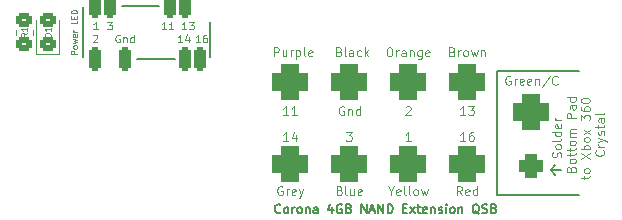
<source format=gto>
%TF.GenerationSoftware,KiCad,Pcbnew,(6.0.1)*%
%TF.CreationDate,2022-02-25T23:33:20-07:00*%
%TF.ProjectId,MShaw_4gbNandExtensionQSB_V2,4d536861-775f-4346-9762-4e616e644578,rev?*%
%TF.SameCoordinates,Original*%
%TF.FileFunction,Legend,Top*%
%TF.FilePolarity,Positive*%
%FSLAX46Y46*%
G04 Gerber Fmt 4.6, Leading zero omitted, Abs format (unit mm)*
G04 Created by KiCad (PCBNEW (6.0.1)) date 2022-02-25 23:33:20*
%MOMM*%
%LPD*%
G01*
G04 APERTURE LIST*
G04 Aperture macros list*
%AMRoundRect*
0 Rectangle with rounded corners*
0 $1 Rounding radius*
0 $2 $3 $4 $5 $6 $7 $8 $9 X,Y pos of 4 corners*
0 Add a 4 corners polygon primitive as box body*
4,1,4,$2,$3,$4,$5,$6,$7,$8,$9,$2,$3,0*
0 Add four circle primitives for the rounded corners*
1,1,$1+$1,$2,$3*
1,1,$1+$1,$4,$5*
1,1,$1+$1,$6,$7*
1,1,$1+$1,$8,$9*
0 Add four rect primitives between the rounded corners*
20,1,$1+$1,$2,$3,$4,$5,0*
20,1,$1+$1,$4,$5,$6,$7,0*
20,1,$1+$1,$6,$7,$8,$9,0*
20,1,$1+$1,$8,$9,$2,$3,0*%
G04 Aperture macros list end*
%ADD10C,0.150000*%
%ADD11C,0.100000*%
%ADD12C,0.093750*%
%ADD13C,0.080000*%
%ADD14C,0.075000*%
%ADD15C,0.120000*%
%ADD16RoundRect,0.750000X0.750000X-0.750000X0.750000X0.750000X-0.750000X0.750000X-0.750000X-0.750000X0*%
%ADD17RoundRect,0.250000X0.250000X-0.750000X0.250000X0.750000X-0.250000X0.750000X-0.250000X-0.750000X0*%
%ADD18RoundRect,0.750000X-0.750000X-0.750000X0.750000X-0.750000X0.750000X0.750000X-0.750000X0.750000X0*%
%ADD19RoundRect,0.500000X-0.500000X-0.500000X0.500000X-0.500000X0.500000X0.500000X-0.500000X0.500000X0*%
%ADD20RoundRect,0.250000X0.450000X-0.350000X0.450000X0.350000X-0.450000X0.350000X-0.450000X-0.350000X0*%
%ADD21RoundRect,0.250000X0.450000X-0.325000X0.450000X0.325000X-0.450000X0.325000X-0.450000X-0.325000X0*%
G04 APERTURE END LIST*
D10*
X124060000Y-76880000D02*
X131060000Y-76880000D01*
X129017500Y-75250000D02*
X128667500Y-74800000D01*
X99750000Y-65250000D02*
X99750000Y-62250000D01*
X128667500Y-74800000D02*
X129017500Y-74350000D01*
X124060000Y-66380000D02*
X131060000Y-66380000D01*
X89000000Y-65250000D02*
X89000000Y-61000000D01*
X124060000Y-66880000D02*
X124060000Y-66380000D01*
X124060000Y-76380000D02*
X124060000Y-66880000D01*
X93600000Y-65400000D02*
X96800000Y-65400000D01*
X129532500Y-74800000D02*
X128667500Y-74800000D01*
X92300000Y-60900000D02*
X95500000Y-60900000D01*
X124060000Y-76380000D02*
X124060000Y-76880000D01*
D11*
X97436190Y-63994047D02*
X97064761Y-63994047D01*
X97250476Y-63994047D02*
X97250476Y-63344047D01*
X97188571Y-63436904D01*
X97126666Y-63498809D01*
X97064761Y-63529761D01*
X97993333Y-63560714D02*
X97993333Y-63994047D01*
X97838571Y-63313095D02*
X97683809Y-63777380D01*
X98086190Y-63777380D01*
X116774285Y-72339285D02*
X116345714Y-72339285D01*
X116560000Y-72339285D02*
X116560000Y-71589285D01*
X116488571Y-71696428D01*
X116417142Y-71767857D01*
X116345714Y-71803571D01*
X129492321Y-73728571D02*
X129528035Y-73621428D01*
X129528035Y-73442857D01*
X129492321Y-73371428D01*
X129456607Y-73335714D01*
X129385178Y-73300000D01*
X129313750Y-73300000D01*
X129242321Y-73335714D01*
X129206607Y-73371428D01*
X129170892Y-73442857D01*
X129135178Y-73585714D01*
X129099464Y-73657142D01*
X129063750Y-73692857D01*
X128992321Y-73728571D01*
X128920892Y-73728571D01*
X128849464Y-73692857D01*
X128813750Y-73657142D01*
X128778035Y-73585714D01*
X128778035Y-73407142D01*
X128813750Y-73300000D01*
X129528035Y-72871428D02*
X129492321Y-72942857D01*
X129456607Y-72978571D01*
X129385178Y-73014285D01*
X129170892Y-73014285D01*
X129099464Y-72978571D01*
X129063750Y-72942857D01*
X129028035Y-72871428D01*
X129028035Y-72764285D01*
X129063750Y-72692857D01*
X129099464Y-72657142D01*
X129170892Y-72621428D01*
X129385178Y-72621428D01*
X129456607Y-72657142D01*
X129492321Y-72692857D01*
X129528035Y-72764285D01*
X129528035Y-72871428D01*
X129528035Y-72192857D02*
X129492321Y-72264285D01*
X129420892Y-72300000D01*
X128778035Y-72300000D01*
X129528035Y-71585714D02*
X128778035Y-71585714D01*
X129492321Y-71585714D02*
X129528035Y-71657142D01*
X129528035Y-71800000D01*
X129492321Y-71871428D01*
X129456607Y-71907142D01*
X129385178Y-71942857D01*
X129170892Y-71942857D01*
X129099464Y-71907142D01*
X129063750Y-71871428D01*
X129028035Y-71800000D01*
X129028035Y-71657142D01*
X129063750Y-71585714D01*
X129492321Y-70942857D02*
X129528035Y-71014285D01*
X129528035Y-71157142D01*
X129492321Y-71228571D01*
X129420892Y-71264285D01*
X129135178Y-71264285D01*
X129063750Y-71228571D01*
X129028035Y-71157142D01*
X129028035Y-71014285D01*
X129063750Y-70942857D01*
X129135178Y-70907142D01*
X129206607Y-70907142D01*
X129278035Y-71264285D01*
X129528035Y-70585714D02*
X129028035Y-70585714D01*
X129170892Y-70585714D02*
X129099464Y-70550000D01*
X129063750Y-70514285D01*
X129028035Y-70442857D01*
X129028035Y-70371428D01*
X130342678Y-74692857D02*
X130378392Y-74585714D01*
X130414107Y-74550000D01*
X130485535Y-74514285D01*
X130592678Y-74514285D01*
X130664107Y-74550000D01*
X130699821Y-74585714D01*
X130735535Y-74657142D01*
X130735535Y-74942857D01*
X129985535Y-74942857D01*
X129985535Y-74692857D01*
X130021250Y-74621428D01*
X130056964Y-74585714D01*
X130128392Y-74550000D01*
X130199821Y-74550000D01*
X130271250Y-74585714D01*
X130306964Y-74621428D01*
X130342678Y-74692857D01*
X130342678Y-74942857D01*
X130735535Y-74085714D02*
X130699821Y-74157142D01*
X130664107Y-74192857D01*
X130592678Y-74228571D01*
X130378392Y-74228571D01*
X130306964Y-74192857D01*
X130271250Y-74157142D01*
X130235535Y-74085714D01*
X130235535Y-73978571D01*
X130271250Y-73907142D01*
X130306964Y-73871428D01*
X130378392Y-73835714D01*
X130592678Y-73835714D01*
X130664107Y-73871428D01*
X130699821Y-73907142D01*
X130735535Y-73978571D01*
X130735535Y-74085714D01*
X130235535Y-73621428D02*
X130235535Y-73335714D01*
X129985535Y-73514285D02*
X130628392Y-73514285D01*
X130699821Y-73478571D01*
X130735535Y-73407142D01*
X130735535Y-73335714D01*
X130235535Y-73192857D02*
X130235535Y-72907142D01*
X129985535Y-73085714D02*
X130628392Y-73085714D01*
X130699821Y-73050000D01*
X130735535Y-72978571D01*
X130735535Y-72907142D01*
X130735535Y-72550000D02*
X130699821Y-72621428D01*
X130664107Y-72657142D01*
X130592678Y-72692857D01*
X130378392Y-72692857D01*
X130306964Y-72657142D01*
X130271250Y-72621428D01*
X130235535Y-72550000D01*
X130235535Y-72442857D01*
X130271250Y-72371428D01*
X130306964Y-72335714D01*
X130378392Y-72300000D01*
X130592678Y-72300000D01*
X130664107Y-72335714D01*
X130699821Y-72371428D01*
X130735535Y-72442857D01*
X130735535Y-72550000D01*
X130735535Y-71978571D02*
X130235535Y-71978571D01*
X130306964Y-71978571D02*
X130271250Y-71942857D01*
X130235535Y-71871428D01*
X130235535Y-71764285D01*
X130271250Y-71692857D01*
X130342678Y-71657142D01*
X130735535Y-71657142D01*
X130342678Y-71657142D02*
X130271250Y-71621428D01*
X130235535Y-71550000D01*
X130235535Y-71442857D01*
X130271250Y-71371428D01*
X130342678Y-71335714D01*
X130735535Y-71335714D01*
X130735535Y-70407142D02*
X129985535Y-70407142D01*
X129985535Y-70121428D01*
X130021250Y-70050000D01*
X130056964Y-70014285D01*
X130128392Y-69978571D01*
X130235535Y-69978571D01*
X130306964Y-70014285D01*
X130342678Y-70050000D01*
X130378392Y-70121428D01*
X130378392Y-70407142D01*
X130735535Y-69335714D02*
X130342678Y-69335714D01*
X130271250Y-69371428D01*
X130235535Y-69442857D01*
X130235535Y-69585714D01*
X130271250Y-69657142D01*
X130699821Y-69335714D02*
X130735535Y-69407142D01*
X130735535Y-69585714D01*
X130699821Y-69657142D01*
X130628392Y-69692857D01*
X130556964Y-69692857D01*
X130485535Y-69657142D01*
X130449821Y-69585714D01*
X130449821Y-69407142D01*
X130414107Y-69335714D01*
X130735535Y-68657142D02*
X129985535Y-68657142D01*
X130699821Y-68657142D02*
X130735535Y-68728571D01*
X130735535Y-68871428D01*
X130699821Y-68942857D01*
X130664107Y-68978571D01*
X130592678Y-69014285D01*
X130378392Y-69014285D01*
X130306964Y-68978571D01*
X130271250Y-68942857D01*
X130235535Y-68871428D01*
X130235535Y-68728571D01*
X130271250Y-68657142D01*
X131443035Y-75550000D02*
X131443035Y-75264285D01*
X131193035Y-75442857D02*
X131835892Y-75442857D01*
X131907321Y-75407142D01*
X131943035Y-75335714D01*
X131943035Y-75264285D01*
X131943035Y-74907142D02*
X131907321Y-74978571D01*
X131871607Y-75014285D01*
X131800178Y-75050000D01*
X131585892Y-75050000D01*
X131514464Y-75014285D01*
X131478750Y-74978571D01*
X131443035Y-74907142D01*
X131443035Y-74800000D01*
X131478750Y-74728571D01*
X131514464Y-74692857D01*
X131585892Y-74657142D01*
X131800178Y-74657142D01*
X131871607Y-74692857D01*
X131907321Y-74728571D01*
X131943035Y-74800000D01*
X131943035Y-74907142D01*
X131193035Y-73835714D02*
X131943035Y-73335714D01*
X131193035Y-73335714D02*
X131943035Y-73835714D01*
X131943035Y-73050000D02*
X131193035Y-73050000D01*
X131478750Y-73050000D02*
X131443035Y-72978571D01*
X131443035Y-72835714D01*
X131478750Y-72764285D01*
X131514464Y-72728571D01*
X131585892Y-72692857D01*
X131800178Y-72692857D01*
X131871607Y-72728571D01*
X131907321Y-72764285D01*
X131943035Y-72835714D01*
X131943035Y-72978571D01*
X131907321Y-73050000D01*
X131943035Y-72264285D02*
X131907321Y-72335714D01*
X131871607Y-72371428D01*
X131800178Y-72407142D01*
X131585892Y-72407142D01*
X131514464Y-72371428D01*
X131478750Y-72335714D01*
X131443035Y-72264285D01*
X131443035Y-72157142D01*
X131478750Y-72085714D01*
X131514464Y-72050000D01*
X131585892Y-72014285D01*
X131800178Y-72014285D01*
X131871607Y-72050000D01*
X131907321Y-72085714D01*
X131943035Y-72157142D01*
X131943035Y-72264285D01*
X131943035Y-71764285D02*
X131443035Y-71371428D01*
X131443035Y-71764285D02*
X131943035Y-71371428D01*
X131193035Y-70585714D02*
X131193035Y-70121428D01*
X131478750Y-70371428D01*
X131478750Y-70264285D01*
X131514464Y-70192857D01*
X131550178Y-70157142D01*
X131621607Y-70121428D01*
X131800178Y-70121428D01*
X131871607Y-70157142D01*
X131907321Y-70192857D01*
X131943035Y-70264285D01*
X131943035Y-70478571D01*
X131907321Y-70550000D01*
X131871607Y-70585714D01*
X131193035Y-69478571D02*
X131193035Y-69621428D01*
X131228750Y-69692857D01*
X131264464Y-69728571D01*
X131371607Y-69800000D01*
X131514464Y-69835714D01*
X131800178Y-69835714D01*
X131871607Y-69800000D01*
X131907321Y-69764285D01*
X131943035Y-69692857D01*
X131943035Y-69550000D01*
X131907321Y-69478571D01*
X131871607Y-69442857D01*
X131800178Y-69407142D01*
X131621607Y-69407142D01*
X131550178Y-69442857D01*
X131514464Y-69478571D01*
X131478750Y-69550000D01*
X131478750Y-69692857D01*
X131514464Y-69764285D01*
X131550178Y-69800000D01*
X131621607Y-69835714D01*
X131193035Y-68942857D02*
X131193035Y-68871428D01*
X131228750Y-68800000D01*
X131264464Y-68764285D01*
X131335892Y-68728571D01*
X131478750Y-68692857D01*
X131657321Y-68692857D01*
X131800178Y-68728571D01*
X131871607Y-68764285D01*
X131907321Y-68800000D01*
X131943035Y-68871428D01*
X131943035Y-68942857D01*
X131907321Y-69014285D01*
X131871607Y-69050000D01*
X131800178Y-69085714D01*
X131657321Y-69121428D01*
X131478750Y-69121428D01*
X131335892Y-69085714D01*
X131264464Y-69050000D01*
X131228750Y-69014285D01*
X131193035Y-68942857D01*
X133079107Y-73139285D02*
X133114821Y-73175000D01*
X133150535Y-73282142D01*
X133150535Y-73353571D01*
X133114821Y-73460714D01*
X133043392Y-73532142D01*
X132971964Y-73567857D01*
X132829107Y-73603571D01*
X132721964Y-73603571D01*
X132579107Y-73567857D01*
X132507678Y-73532142D01*
X132436250Y-73460714D01*
X132400535Y-73353571D01*
X132400535Y-73282142D01*
X132436250Y-73175000D01*
X132471964Y-73139285D01*
X133150535Y-72817857D02*
X132650535Y-72817857D01*
X132793392Y-72817857D02*
X132721964Y-72782142D01*
X132686250Y-72746428D01*
X132650535Y-72675000D01*
X132650535Y-72603571D01*
X132650535Y-72425000D02*
X133150535Y-72246428D01*
X132650535Y-72067857D02*
X133150535Y-72246428D01*
X133329107Y-72317857D01*
X133364821Y-72353571D01*
X133400535Y-72425000D01*
X133114821Y-71817857D02*
X133150535Y-71746428D01*
X133150535Y-71603571D01*
X133114821Y-71532142D01*
X133043392Y-71496428D01*
X133007678Y-71496428D01*
X132936250Y-71532142D01*
X132900535Y-71603571D01*
X132900535Y-71710714D01*
X132864821Y-71782142D01*
X132793392Y-71817857D01*
X132757678Y-71817857D01*
X132686250Y-71782142D01*
X132650535Y-71710714D01*
X132650535Y-71603571D01*
X132686250Y-71532142D01*
X132650535Y-71282142D02*
X132650535Y-70996428D01*
X132400535Y-71175000D02*
X133043392Y-71175000D01*
X133114821Y-71139285D01*
X133150535Y-71067857D01*
X133150535Y-70996428D01*
X133150535Y-70425000D02*
X132757678Y-70425000D01*
X132686250Y-70460714D01*
X132650535Y-70532142D01*
X132650535Y-70675000D01*
X132686250Y-70746428D01*
X133114821Y-70425000D02*
X133150535Y-70496428D01*
X133150535Y-70675000D01*
X133114821Y-70746428D01*
X133043392Y-70782142D01*
X132971964Y-70782142D01*
X132900535Y-70746428D01*
X132864821Y-70675000D01*
X132864821Y-70496428D01*
X132829107Y-70425000D01*
X133150535Y-69960714D02*
X133114821Y-70032142D01*
X133043392Y-70067857D01*
X132400535Y-70067857D01*
X106417142Y-70139285D02*
X105988571Y-70139285D01*
X106202857Y-70139285D02*
X106202857Y-69389285D01*
X106131428Y-69496428D01*
X106060000Y-69567857D01*
X105988571Y-69603571D01*
X107131428Y-70139285D02*
X106702857Y-70139285D01*
X106917142Y-70139285D02*
X106917142Y-69389285D01*
X106845714Y-69496428D01*
X106774285Y-69567857D01*
X106702857Y-69603571D01*
X110702857Y-64776428D02*
X110810000Y-64812142D01*
X110845714Y-64847857D01*
X110881428Y-64919285D01*
X110881428Y-65026428D01*
X110845714Y-65097857D01*
X110810000Y-65133571D01*
X110738571Y-65169285D01*
X110452857Y-65169285D01*
X110452857Y-64419285D01*
X110702857Y-64419285D01*
X110774285Y-64455000D01*
X110810000Y-64490714D01*
X110845714Y-64562142D01*
X110845714Y-64633571D01*
X110810000Y-64705000D01*
X110774285Y-64740714D01*
X110702857Y-64776428D01*
X110452857Y-64776428D01*
X111310000Y-65169285D02*
X111238571Y-65133571D01*
X111202857Y-65062142D01*
X111202857Y-64419285D01*
X111917142Y-65169285D02*
X111917142Y-64776428D01*
X111881428Y-64705000D01*
X111810000Y-64669285D01*
X111667142Y-64669285D01*
X111595714Y-64705000D01*
X111917142Y-65133571D02*
X111845714Y-65169285D01*
X111667142Y-65169285D01*
X111595714Y-65133571D01*
X111560000Y-65062142D01*
X111560000Y-64990714D01*
X111595714Y-64919285D01*
X111667142Y-64883571D01*
X111845714Y-64883571D01*
X111917142Y-64847857D01*
X112595714Y-65133571D02*
X112524285Y-65169285D01*
X112381428Y-65169285D01*
X112310000Y-65133571D01*
X112274285Y-65097857D01*
X112238571Y-65026428D01*
X112238571Y-64812142D01*
X112274285Y-64740714D01*
X112310000Y-64705000D01*
X112381428Y-64669285D01*
X112524285Y-64669285D01*
X112595714Y-64705000D01*
X112917142Y-65169285D02*
X112917142Y-64419285D01*
X112988571Y-64883571D02*
X113202857Y-65169285D01*
X113202857Y-64669285D02*
X112917142Y-64955000D01*
X115113571Y-76562142D02*
X115113571Y-76919285D01*
X114863571Y-76169285D02*
X115113571Y-76562142D01*
X115363571Y-76169285D01*
X115899285Y-76883571D02*
X115827857Y-76919285D01*
X115685000Y-76919285D01*
X115613571Y-76883571D01*
X115577857Y-76812142D01*
X115577857Y-76526428D01*
X115613571Y-76455000D01*
X115685000Y-76419285D01*
X115827857Y-76419285D01*
X115899285Y-76455000D01*
X115935000Y-76526428D01*
X115935000Y-76597857D01*
X115577857Y-76669285D01*
X116363571Y-76919285D02*
X116292142Y-76883571D01*
X116256428Y-76812142D01*
X116256428Y-76169285D01*
X116756428Y-76919285D02*
X116685000Y-76883571D01*
X116649285Y-76812142D01*
X116649285Y-76169285D01*
X117149285Y-76919285D02*
X117077857Y-76883571D01*
X117042142Y-76847857D01*
X117006428Y-76776428D01*
X117006428Y-76562142D01*
X117042142Y-76490714D01*
X117077857Y-76455000D01*
X117149285Y-76419285D01*
X117256428Y-76419285D01*
X117327857Y-76455000D01*
X117363571Y-76490714D01*
X117399285Y-76562142D01*
X117399285Y-76776428D01*
X117363571Y-76847857D01*
X117327857Y-76883571D01*
X117256428Y-76919285D01*
X117149285Y-76919285D01*
X117649285Y-76419285D02*
X117792142Y-76919285D01*
X117935000Y-76562142D01*
X118077857Y-76919285D01*
X118220714Y-76419285D01*
X91093333Y-62244047D02*
X91495714Y-62244047D01*
X91279047Y-62491666D01*
X91371904Y-62491666D01*
X91433809Y-62522619D01*
X91464761Y-62553571D01*
X91495714Y-62615476D01*
X91495714Y-62770238D01*
X91464761Y-62832142D01*
X91433809Y-62863095D01*
X91371904Y-62894047D01*
X91186190Y-62894047D01*
X91124285Y-62863095D01*
X91093333Y-62832142D01*
X89874285Y-63405952D02*
X89905238Y-63375000D01*
X89967142Y-63344047D01*
X90121904Y-63344047D01*
X90183809Y-63375000D01*
X90214761Y-63405952D01*
X90245714Y-63467857D01*
X90245714Y-63529761D01*
X90214761Y-63622619D01*
X89843333Y-63994047D01*
X90245714Y-63994047D01*
X121417142Y-70139285D02*
X120988571Y-70139285D01*
X121202857Y-70139285D02*
X121202857Y-69389285D01*
X121131428Y-69496428D01*
X121060000Y-69567857D01*
X120988571Y-69603571D01*
X121667142Y-69389285D02*
X122131428Y-69389285D01*
X121881428Y-69675000D01*
X121988571Y-69675000D01*
X122060000Y-69710714D01*
X122095714Y-69746428D01*
X122131428Y-69817857D01*
X122131428Y-69996428D01*
X122095714Y-70067857D01*
X122060000Y-70103571D01*
X121988571Y-70139285D01*
X121774285Y-70139285D01*
X121702857Y-70103571D01*
X121667142Y-70067857D01*
X106417142Y-72339285D02*
X105988571Y-72339285D01*
X106202857Y-72339285D02*
X106202857Y-71589285D01*
X106131428Y-71696428D01*
X106060000Y-71767857D01*
X105988571Y-71803571D01*
X107060000Y-71839285D02*
X107060000Y-72339285D01*
X106881428Y-71553571D02*
X106702857Y-72089285D01*
X107167142Y-72089285D01*
X92142142Y-63375000D02*
X92080238Y-63344047D01*
X91987380Y-63344047D01*
X91894523Y-63375000D01*
X91832619Y-63436904D01*
X91801666Y-63498809D01*
X91770714Y-63622619D01*
X91770714Y-63715476D01*
X91801666Y-63839285D01*
X91832619Y-63901190D01*
X91894523Y-63963095D01*
X91987380Y-63994047D01*
X92049285Y-63994047D01*
X92142142Y-63963095D01*
X92173095Y-63932142D01*
X92173095Y-63715476D01*
X92049285Y-63715476D01*
X92451666Y-63560714D02*
X92451666Y-63994047D01*
X92451666Y-63622619D02*
X92482619Y-63591666D01*
X92544523Y-63560714D01*
X92637380Y-63560714D01*
X92699285Y-63591666D01*
X92730238Y-63653571D01*
X92730238Y-63994047D01*
X93318333Y-63994047D02*
X93318333Y-63344047D01*
X93318333Y-63963095D02*
X93256428Y-63994047D01*
X93132619Y-63994047D01*
X93070714Y-63963095D01*
X93039761Y-63932142D01*
X93008809Y-63870238D01*
X93008809Y-63684523D01*
X93039761Y-63622619D01*
X93070714Y-63591666D01*
X93132619Y-63560714D01*
X93256428Y-63560714D01*
X93318333Y-63591666D01*
D12*
X111127857Y-69425000D02*
X111056428Y-69389285D01*
X110949285Y-69389285D01*
X110842142Y-69425000D01*
X110770714Y-69496428D01*
X110735000Y-69567857D01*
X110699285Y-69710714D01*
X110699285Y-69817857D01*
X110735000Y-69960714D01*
X110770714Y-70032142D01*
X110842142Y-70103571D01*
X110949285Y-70139285D01*
X111020714Y-70139285D01*
X111127857Y-70103571D01*
X111163571Y-70067857D01*
X111163571Y-69817857D01*
X111020714Y-69817857D01*
X111485000Y-69639285D02*
X111485000Y-70139285D01*
X111485000Y-69710714D02*
X111520714Y-69675000D01*
X111592142Y-69639285D01*
X111699285Y-69639285D01*
X111770714Y-69675000D01*
X111806428Y-69746428D01*
X111806428Y-70139285D01*
X112485000Y-70139285D02*
X112485000Y-69389285D01*
X112485000Y-70103571D02*
X112413571Y-70139285D01*
X112270714Y-70139285D01*
X112199285Y-70103571D01*
X112163571Y-70067857D01*
X112127857Y-69996428D01*
X112127857Y-69782142D01*
X112163571Y-69710714D01*
X112199285Y-69675000D01*
X112270714Y-69639285D01*
X112413571Y-69639285D01*
X112485000Y-69675000D01*
D11*
X121131428Y-76919285D02*
X120881428Y-76562142D01*
X120702857Y-76919285D02*
X120702857Y-76169285D01*
X120988571Y-76169285D01*
X121060000Y-76205000D01*
X121095714Y-76240714D01*
X121131428Y-76312142D01*
X121131428Y-76419285D01*
X121095714Y-76490714D01*
X121060000Y-76526428D01*
X120988571Y-76562142D01*
X120702857Y-76562142D01*
X121738571Y-76883571D02*
X121667142Y-76919285D01*
X121524285Y-76919285D01*
X121452857Y-76883571D01*
X121417142Y-76812142D01*
X121417142Y-76526428D01*
X121452857Y-76455000D01*
X121524285Y-76419285D01*
X121667142Y-76419285D01*
X121738571Y-76455000D01*
X121774285Y-76526428D01*
X121774285Y-76597857D01*
X121417142Y-76669285D01*
X122417142Y-76919285D02*
X122417142Y-76169285D01*
X122417142Y-76883571D02*
X122345714Y-76919285D01*
X122202857Y-76919285D01*
X122131428Y-76883571D01*
X122095714Y-76847857D01*
X122060000Y-76776428D01*
X122060000Y-76562142D01*
X122095714Y-76490714D01*
X122131428Y-76455000D01*
X122202857Y-76419285D01*
X122345714Y-76419285D01*
X122417142Y-76455000D01*
X90285714Y-62894047D02*
X89914285Y-62894047D01*
X90100000Y-62894047D02*
X90100000Y-62244047D01*
X90038095Y-62336904D01*
X89976190Y-62398809D01*
X89914285Y-62429761D01*
D10*
X105757142Y-78367857D02*
X105721428Y-78403571D01*
X105614285Y-78439285D01*
X105542857Y-78439285D01*
X105435714Y-78403571D01*
X105364285Y-78332142D01*
X105328571Y-78260714D01*
X105292857Y-78117857D01*
X105292857Y-78010714D01*
X105328571Y-77867857D01*
X105364285Y-77796428D01*
X105435714Y-77725000D01*
X105542857Y-77689285D01*
X105614285Y-77689285D01*
X105721428Y-77725000D01*
X105757142Y-77760714D01*
X106185714Y-78439285D02*
X106114285Y-78403571D01*
X106078571Y-78367857D01*
X106042857Y-78296428D01*
X106042857Y-78082142D01*
X106078571Y-78010714D01*
X106114285Y-77975000D01*
X106185714Y-77939285D01*
X106292857Y-77939285D01*
X106364285Y-77975000D01*
X106400000Y-78010714D01*
X106435714Y-78082142D01*
X106435714Y-78296428D01*
X106400000Y-78367857D01*
X106364285Y-78403571D01*
X106292857Y-78439285D01*
X106185714Y-78439285D01*
X106757142Y-78439285D02*
X106757142Y-77939285D01*
X106757142Y-78082142D02*
X106792857Y-78010714D01*
X106828571Y-77975000D01*
X106900000Y-77939285D01*
X106971428Y-77939285D01*
X107328571Y-78439285D02*
X107257142Y-78403571D01*
X107221428Y-78367857D01*
X107185714Y-78296428D01*
X107185714Y-78082142D01*
X107221428Y-78010714D01*
X107257142Y-77975000D01*
X107328571Y-77939285D01*
X107435714Y-77939285D01*
X107507142Y-77975000D01*
X107542857Y-78010714D01*
X107578571Y-78082142D01*
X107578571Y-78296428D01*
X107542857Y-78367857D01*
X107507142Y-78403571D01*
X107435714Y-78439285D01*
X107328571Y-78439285D01*
X107900000Y-77939285D02*
X107900000Y-78439285D01*
X107900000Y-78010714D02*
X107935714Y-77975000D01*
X108007142Y-77939285D01*
X108114285Y-77939285D01*
X108185714Y-77975000D01*
X108221428Y-78046428D01*
X108221428Y-78439285D01*
X108900000Y-78439285D02*
X108900000Y-78046428D01*
X108864285Y-77975000D01*
X108792857Y-77939285D01*
X108650000Y-77939285D01*
X108578571Y-77975000D01*
X108900000Y-78403571D02*
X108828571Y-78439285D01*
X108650000Y-78439285D01*
X108578571Y-78403571D01*
X108542857Y-78332142D01*
X108542857Y-78260714D01*
X108578571Y-78189285D01*
X108650000Y-78153571D01*
X108828571Y-78153571D01*
X108900000Y-78117857D01*
X110150000Y-77939285D02*
X110150000Y-78439285D01*
X109971428Y-77653571D02*
X109792857Y-78189285D01*
X110257142Y-78189285D01*
X110935714Y-77725000D02*
X110864285Y-77689285D01*
X110757142Y-77689285D01*
X110650000Y-77725000D01*
X110578571Y-77796428D01*
X110542857Y-77867857D01*
X110507142Y-78010714D01*
X110507142Y-78117857D01*
X110542857Y-78260714D01*
X110578571Y-78332142D01*
X110650000Y-78403571D01*
X110757142Y-78439285D01*
X110828571Y-78439285D01*
X110935714Y-78403571D01*
X110971428Y-78367857D01*
X110971428Y-78117857D01*
X110828571Y-78117857D01*
X111542857Y-78046428D02*
X111650000Y-78082142D01*
X111685714Y-78117857D01*
X111721428Y-78189285D01*
X111721428Y-78296428D01*
X111685714Y-78367857D01*
X111650000Y-78403571D01*
X111578571Y-78439285D01*
X111292857Y-78439285D01*
X111292857Y-77689285D01*
X111542857Y-77689285D01*
X111614285Y-77725000D01*
X111650000Y-77760714D01*
X111685714Y-77832142D01*
X111685714Y-77903571D01*
X111650000Y-77975000D01*
X111614285Y-78010714D01*
X111542857Y-78046428D01*
X111292857Y-78046428D01*
X112614285Y-78439285D02*
X112614285Y-77689285D01*
X113042857Y-78439285D01*
X113042857Y-77689285D01*
X113364285Y-78225000D02*
X113721428Y-78225000D01*
X113292857Y-78439285D02*
X113542857Y-77689285D01*
X113792857Y-78439285D01*
X114042857Y-78439285D02*
X114042857Y-77689285D01*
X114471428Y-78439285D01*
X114471428Y-77689285D01*
X114828571Y-78439285D02*
X114828571Y-77689285D01*
X115007142Y-77689285D01*
X115114285Y-77725000D01*
X115185714Y-77796428D01*
X115221428Y-77867857D01*
X115257142Y-78010714D01*
X115257142Y-78117857D01*
X115221428Y-78260714D01*
X115185714Y-78332142D01*
X115114285Y-78403571D01*
X115007142Y-78439285D01*
X114828571Y-78439285D01*
X116150000Y-78046428D02*
X116400000Y-78046428D01*
X116507142Y-78439285D02*
X116150000Y-78439285D01*
X116150000Y-77689285D01*
X116507142Y-77689285D01*
X116757142Y-78439285D02*
X117150000Y-77939285D01*
X116757142Y-77939285D02*
X117150000Y-78439285D01*
X117328571Y-77939285D02*
X117614285Y-77939285D01*
X117435714Y-77689285D02*
X117435714Y-78332142D01*
X117471428Y-78403571D01*
X117542857Y-78439285D01*
X117614285Y-78439285D01*
X118150000Y-78403571D02*
X118078571Y-78439285D01*
X117935714Y-78439285D01*
X117864285Y-78403571D01*
X117828571Y-78332142D01*
X117828571Y-78046428D01*
X117864285Y-77975000D01*
X117935714Y-77939285D01*
X118078571Y-77939285D01*
X118150000Y-77975000D01*
X118185714Y-78046428D01*
X118185714Y-78117857D01*
X117828571Y-78189285D01*
X118507142Y-77939285D02*
X118507142Y-78439285D01*
X118507142Y-78010714D02*
X118542857Y-77975000D01*
X118614285Y-77939285D01*
X118721428Y-77939285D01*
X118792857Y-77975000D01*
X118828571Y-78046428D01*
X118828571Y-78439285D01*
X119150000Y-78403571D02*
X119221428Y-78439285D01*
X119364285Y-78439285D01*
X119435714Y-78403571D01*
X119471428Y-78332142D01*
X119471428Y-78296428D01*
X119435714Y-78225000D01*
X119364285Y-78189285D01*
X119257142Y-78189285D01*
X119185714Y-78153571D01*
X119150000Y-78082142D01*
X119150000Y-78046428D01*
X119185714Y-77975000D01*
X119257142Y-77939285D01*
X119364285Y-77939285D01*
X119435714Y-77975000D01*
X119792857Y-78439285D02*
X119792857Y-77939285D01*
X119792857Y-77689285D02*
X119757142Y-77725000D01*
X119792857Y-77760714D01*
X119828571Y-77725000D01*
X119792857Y-77689285D01*
X119792857Y-77760714D01*
X120257142Y-78439285D02*
X120185714Y-78403571D01*
X120150000Y-78367857D01*
X120114285Y-78296428D01*
X120114285Y-78082142D01*
X120150000Y-78010714D01*
X120185714Y-77975000D01*
X120257142Y-77939285D01*
X120364285Y-77939285D01*
X120435714Y-77975000D01*
X120471428Y-78010714D01*
X120507142Y-78082142D01*
X120507142Y-78296428D01*
X120471428Y-78367857D01*
X120435714Y-78403571D01*
X120364285Y-78439285D01*
X120257142Y-78439285D01*
X120828571Y-77939285D02*
X120828571Y-78439285D01*
X120828571Y-78010714D02*
X120864285Y-77975000D01*
X120935714Y-77939285D01*
X121042857Y-77939285D01*
X121114285Y-77975000D01*
X121150000Y-78046428D01*
X121150000Y-78439285D01*
X122578571Y-78510714D02*
X122507142Y-78475000D01*
X122435714Y-78403571D01*
X122328571Y-78296428D01*
X122257142Y-78260714D01*
X122185714Y-78260714D01*
X122221428Y-78439285D02*
X122150000Y-78403571D01*
X122078571Y-78332142D01*
X122042857Y-78189285D01*
X122042857Y-77939285D01*
X122078571Y-77796428D01*
X122150000Y-77725000D01*
X122221428Y-77689285D01*
X122364285Y-77689285D01*
X122435714Y-77725000D01*
X122507142Y-77796428D01*
X122542857Y-77939285D01*
X122542857Y-78189285D01*
X122507142Y-78332142D01*
X122435714Y-78403571D01*
X122364285Y-78439285D01*
X122221428Y-78439285D01*
X122828571Y-78403571D02*
X122935714Y-78439285D01*
X123114285Y-78439285D01*
X123185714Y-78403571D01*
X123221428Y-78367857D01*
X123257142Y-78296428D01*
X123257142Y-78225000D01*
X123221428Y-78153571D01*
X123185714Y-78117857D01*
X123114285Y-78082142D01*
X122971428Y-78046428D01*
X122900000Y-78010714D01*
X122864285Y-77975000D01*
X122828571Y-77903571D01*
X122828571Y-77832142D01*
X122864285Y-77760714D01*
X122900000Y-77725000D01*
X122971428Y-77689285D01*
X123150000Y-77689285D01*
X123257142Y-77725000D01*
X123828571Y-78046428D02*
X123935714Y-78082142D01*
X123971428Y-78117857D01*
X124007142Y-78189285D01*
X124007142Y-78296428D01*
X123971428Y-78367857D01*
X123935714Y-78403571D01*
X123864285Y-78439285D01*
X123578571Y-78439285D01*
X123578571Y-77689285D01*
X123828571Y-77689285D01*
X123900000Y-77725000D01*
X123935714Y-77760714D01*
X123971428Y-77832142D01*
X123971428Y-77903571D01*
X123935714Y-77975000D01*
X123900000Y-78010714D01*
X123828571Y-78046428D01*
X123578571Y-78046428D01*
D11*
X120310000Y-64776428D02*
X120417142Y-64812142D01*
X120452857Y-64847857D01*
X120488571Y-64919285D01*
X120488571Y-65026428D01*
X120452857Y-65097857D01*
X120417142Y-65133571D01*
X120345714Y-65169285D01*
X120060000Y-65169285D01*
X120060000Y-64419285D01*
X120310000Y-64419285D01*
X120381428Y-64455000D01*
X120417142Y-64490714D01*
X120452857Y-64562142D01*
X120452857Y-64633571D01*
X120417142Y-64705000D01*
X120381428Y-64740714D01*
X120310000Y-64776428D01*
X120060000Y-64776428D01*
X120810000Y-65169285D02*
X120810000Y-64669285D01*
X120810000Y-64812142D02*
X120845714Y-64740714D01*
X120881428Y-64705000D01*
X120952857Y-64669285D01*
X121024285Y-64669285D01*
X121381428Y-65169285D02*
X121310000Y-65133571D01*
X121274285Y-65097857D01*
X121238571Y-65026428D01*
X121238571Y-64812142D01*
X121274285Y-64740714D01*
X121310000Y-64705000D01*
X121381428Y-64669285D01*
X121488571Y-64669285D01*
X121560000Y-64705000D01*
X121595714Y-64740714D01*
X121631428Y-64812142D01*
X121631428Y-65026428D01*
X121595714Y-65097857D01*
X121560000Y-65133571D01*
X121488571Y-65169285D01*
X121381428Y-65169285D01*
X121881428Y-64669285D02*
X122024285Y-65169285D01*
X122167142Y-64812142D01*
X122310000Y-65169285D01*
X122452857Y-64669285D01*
X122738571Y-64669285D02*
X122738571Y-65169285D01*
X122738571Y-64740714D02*
X122774285Y-64705000D01*
X122845714Y-64669285D01*
X122952857Y-64669285D01*
X123024285Y-64705000D01*
X123060000Y-64776428D01*
X123060000Y-65169285D01*
X105185000Y-65169285D02*
X105185000Y-64419285D01*
X105470714Y-64419285D01*
X105542142Y-64455000D01*
X105577857Y-64490714D01*
X105613571Y-64562142D01*
X105613571Y-64669285D01*
X105577857Y-64740714D01*
X105542142Y-64776428D01*
X105470714Y-64812142D01*
X105185000Y-64812142D01*
X106256428Y-64669285D02*
X106256428Y-65169285D01*
X105935000Y-64669285D02*
X105935000Y-65062142D01*
X105970714Y-65133571D01*
X106042142Y-65169285D01*
X106149285Y-65169285D01*
X106220714Y-65133571D01*
X106256428Y-65097857D01*
X106613571Y-65169285D02*
X106613571Y-64669285D01*
X106613571Y-64812142D02*
X106649285Y-64740714D01*
X106685000Y-64705000D01*
X106756428Y-64669285D01*
X106827857Y-64669285D01*
X107077857Y-64669285D02*
X107077857Y-65419285D01*
X107077857Y-64705000D02*
X107149285Y-64669285D01*
X107292142Y-64669285D01*
X107363571Y-64705000D01*
X107399285Y-64740714D01*
X107435000Y-64812142D01*
X107435000Y-65026428D01*
X107399285Y-65097857D01*
X107363571Y-65133571D01*
X107292142Y-65169285D01*
X107149285Y-65169285D01*
X107077857Y-65133571D01*
X107863571Y-65169285D02*
X107792142Y-65133571D01*
X107756428Y-65062142D01*
X107756428Y-64419285D01*
X108435000Y-65133571D02*
X108363571Y-65169285D01*
X108220714Y-65169285D01*
X108149285Y-65133571D01*
X108113571Y-65062142D01*
X108113571Y-64776428D01*
X108149285Y-64705000D01*
X108220714Y-64669285D01*
X108363571Y-64669285D01*
X108435000Y-64705000D01*
X108470714Y-64776428D01*
X108470714Y-64847857D01*
X108113571Y-64919285D01*
D13*
X88536190Y-64987142D02*
X88036190Y-64987142D01*
X88036190Y-64796666D01*
X88060000Y-64749047D01*
X88083809Y-64725238D01*
X88131428Y-64701428D01*
X88202857Y-64701428D01*
X88250476Y-64725238D01*
X88274285Y-64749047D01*
X88298095Y-64796666D01*
X88298095Y-64987142D01*
X88536190Y-64415714D02*
X88512380Y-64463333D01*
X88488571Y-64487142D01*
X88440952Y-64510952D01*
X88298095Y-64510952D01*
X88250476Y-64487142D01*
X88226666Y-64463333D01*
X88202857Y-64415714D01*
X88202857Y-64344285D01*
X88226666Y-64296666D01*
X88250476Y-64272857D01*
X88298095Y-64249047D01*
X88440952Y-64249047D01*
X88488571Y-64272857D01*
X88512380Y-64296666D01*
X88536190Y-64344285D01*
X88536190Y-64415714D01*
X88202857Y-64082380D02*
X88536190Y-63987142D01*
X88298095Y-63891904D01*
X88536190Y-63796666D01*
X88202857Y-63701428D01*
X88512380Y-63320476D02*
X88536190Y-63368095D01*
X88536190Y-63463333D01*
X88512380Y-63510952D01*
X88464761Y-63534761D01*
X88274285Y-63534761D01*
X88226666Y-63510952D01*
X88202857Y-63463333D01*
X88202857Y-63368095D01*
X88226666Y-63320476D01*
X88274285Y-63296666D01*
X88321904Y-63296666D01*
X88369523Y-63534761D01*
X88536190Y-63082380D02*
X88202857Y-63082380D01*
X88298095Y-63082380D02*
X88250476Y-63058571D01*
X88226666Y-63034761D01*
X88202857Y-62987142D01*
X88202857Y-62939523D01*
X88536190Y-62153809D02*
X88536190Y-62391904D01*
X88036190Y-62391904D01*
X88274285Y-61987142D02*
X88274285Y-61820476D01*
X88536190Y-61749047D02*
X88536190Y-61987142D01*
X88036190Y-61987142D01*
X88036190Y-61749047D01*
X88536190Y-61534761D02*
X88036190Y-61534761D01*
X88036190Y-61415714D01*
X88060000Y-61344285D01*
X88107619Y-61296666D01*
X88155238Y-61272857D01*
X88250476Y-61249047D01*
X88321904Y-61249047D01*
X88417142Y-61272857D01*
X88464761Y-61296666D01*
X88512380Y-61344285D01*
X88536190Y-61415714D01*
X88536190Y-61534761D01*
D11*
X114917142Y-64419285D02*
X115060000Y-64419285D01*
X115131428Y-64455000D01*
X115202857Y-64526428D01*
X115238571Y-64669285D01*
X115238571Y-64919285D01*
X115202857Y-65062142D01*
X115131428Y-65133571D01*
X115060000Y-65169285D01*
X114917142Y-65169285D01*
X114845714Y-65133571D01*
X114774285Y-65062142D01*
X114738571Y-64919285D01*
X114738571Y-64669285D01*
X114774285Y-64526428D01*
X114845714Y-64455000D01*
X114917142Y-64419285D01*
X115560000Y-65169285D02*
X115560000Y-64669285D01*
X115560000Y-64812142D02*
X115595714Y-64740714D01*
X115631428Y-64705000D01*
X115702857Y-64669285D01*
X115774285Y-64669285D01*
X116345714Y-65169285D02*
X116345714Y-64776428D01*
X116310000Y-64705000D01*
X116238571Y-64669285D01*
X116095714Y-64669285D01*
X116024285Y-64705000D01*
X116345714Y-65133571D02*
X116274285Y-65169285D01*
X116095714Y-65169285D01*
X116024285Y-65133571D01*
X115988571Y-65062142D01*
X115988571Y-64990714D01*
X116024285Y-64919285D01*
X116095714Y-64883571D01*
X116274285Y-64883571D01*
X116345714Y-64847857D01*
X116702857Y-64669285D02*
X116702857Y-65169285D01*
X116702857Y-64740714D02*
X116738571Y-64705000D01*
X116810000Y-64669285D01*
X116917142Y-64669285D01*
X116988571Y-64705000D01*
X117024285Y-64776428D01*
X117024285Y-65169285D01*
X117702857Y-64669285D02*
X117702857Y-65276428D01*
X117667142Y-65347857D01*
X117631428Y-65383571D01*
X117560000Y-65419285D01*
X117452857Y-65419285D01*
X117381428Y-65383571D01*
X117702857Y-65133571D02*
X117631428Y-65169285D01*
X117488571Y-65169285D01*
X117417142Y-65133571D01*
X117381428Y-65097857D01*
X117345714Y-65026428D01*
X117345714Y-64812142D01*
X117381428Y-64740714D01*
X117417142Y-64705000D01*
X117488571Y-64669285D01*
X117631428Y-64669285D01*
X117702857Y-64705000D01*
X118345714Y-65133571D02*
X118274285Y-65169285D01*
X118131428Y-65169285D01*
X118060000Y-65133571D01*
X118024285Y-65062142D01*
X118024285Y-64776428D01*
X118060000Y-64705000D01*
X118131428Y-64669285D01*
X118274285Y-64669285D01*
X118345714Y-64705000D01*
X118381428Y-64776428D01*
X118381428Y-64847857D01*
X118024285Y-64919285D01*
X97776190Y-62894047D02*
X97404761Y-62894047D01*
X97590476Y-62894047D02*
X97590476Y-62244047D01*
X97528571Y-62336904D01*
X97466666Y-62398809D01*
X97404761Y-62429761D01*
X97992857Y-62244047D02*
X98395238Y-62244047D01*
X98178571Y-62491666D01*
X98271428Y-62491666D01*
X98333333Y-62522619D01*
X98364285Y-62553571D01*
X98395238Y-62615476D01*
X98395238Y-62770238D01*
X98364285Y-62832142D01*
X98333333Y-62863095D01*
X98271428Y-62894047D01*
X98085714Y-62894047D01*
X98023809Y-62863095D01*
X97992857Y-62832142D01*
X116345714Y-69460714D02*
X116381428Y-69425000D01*
X116452857Y-69389285D01*
X116631428Y-69389285D01*
X116702857Y-69425000D01*
X116738571Y-69460714D01*
X116774285Y-69532142D01*
X116774285Y-69603571D01*
X116738571Y-69710714D01*
X116310000Y-70139285D01*
X116774285Y-70139285D01*
X98936190Y-63994047D02*
X98564761Y-63994047D01*
X98750476Y-63994047D02*
X98750476Y-63344047D01*
X98688571Y-63436904D01*
X98626666Y-63498809D01*
X98564761Y-63529761D01*
X99493333Y-63344047D02*
X99369523Y-63344047D01*
X99307619Y-63375000D01*
X99276666Y-63405952D01*
X99214761Y-63498809D01*
X99183809Y-63622619D01*
X99183809Y-63870238D01*
X99214761Y-63932142D01*
X99245714Y-63963095D01*
X99307619Y-63994047D01*
X99431428Y-63994047D01*
X99493333Y-63963095D01*
X99524285Y-63932142D01*
X99555238Y-63870238D01*
X99555238Y-63715476D01*
X99524285Y-63653571D01*
X99493333Y-63622619D01*
X99431428Y-63591666D01*
X99307619Y-63591666D01*
X99245714Y-63622619D01*
X99214761Y-63653571D01*
X99183809Y-63715476D01*
X96076190Y-62894047D02*
X95704761Y-62894047D01*
X95890476Y-62894047D02*
X95890476Y-62244047D01*
X95828571Y-62336904D01*
X95766666Y-62398809D01*
X95704761Y-62429761D01*
X96695238Y-62894047D02*
X96323809Y-62894047D01*
X96509523Y-62894047D02*
X96509523Y-62244047D01*
X96447619Y-62336904D01*
X96385714Y-62398809D01*
X96323809Y-62429761D01*
X121417142Y-72339285D02*
X120988571Y-72339285D01*
X121202857Y-72339285D02*
X121202857Y-71589285D01*
X121131428Y-71696428D01*
X121060000Y-71767857D01*
X120988571Y-71803571D01*
X122060000Y-71589285D02*
X121917142Y-71589285D01*
X121845714Y-71625000D01*
X121810000Y-71660714D01*
X121738571Y-71767857D01*
X121702857Y-71910714D01*
X121702857Y-72196428D01*
X121738571Y-72267857D01*
X121774285Y-72303571D01*
X121845714Y-72339285D01*
X121988571Y-72339285D01*
X122060000Y-72303571D01*
X122095714Y-72267857D01*
X122131428Y-72196428D01*
X122131428Y-72017857D01*
X122095714Y-71946428D01*
X122060000Y-71910714D01*
X121988571Y-71875000D01*
X121845714Y-71875000D01*
X121774285Y-71910714D01*
X121738571Y-71946428D01*
X121702857Y-72017857D01*
X110756428Y-76526428D02*
X110863571Y-76562142D01*
X110899285Y-76597857D01*
X110935000Y-76669285D01*
X110935000Y-76776428D01*
X110899285Y-76847857D01*
X110863571Y-76883571D01*
X110792142Y-76919285D01*
X110506428Y-76919285D01*
X110506428Y-76169285D01*
X110756428Y-76169285D01*
X110827857Y-76205000D01*
X110863571Y-76240714D01*
X110899285Y-76312142D01*
X110899285Y-76383571D01*
X110863571Y-76455000D01*
X110827857Y-76490714D01*
X110756428Y-76526428D01*
X110506428Y-76526428D01*
X111363571Y-76919285D02*
X111292142Y-76883571D01*
X111256428Y-76812142D01*
X111256428Y-76169285D01*
X111970714Y-76419285D02*
X111970714Y-76919285D01*
X111649285Y-76419285D02*
X111649285Y-76812142D01*
X111685000Y-76883571D01*
X111756428Y-76919285D01*
X111863571Y-76919285D01*
X111935000Y-76883571D01*
X111970714Y-76847857D01*
X112613571Y-76883571D02*
X112542142Y-76919285D01*
X112399285Y-76919285D01*
X112327857Y-76883571D01*
X112292142Y-76812142D01*
X112292142Y-76526428D01*
X112327857Y-76455000D01*
X112399285Y-76419285D01*
X112542142Y-76419285D01*
X112613571Y-76455000D01*
X112649285Y-76526428D01*
X112649285Y-76597857D01*
X112292142Y-76669285D01*
X105917142Y-76205000D02*
X105845714Y-76169285D01*
X105738571Y-76169285D01*
X105631428Y-76205000D01*
X105560000Y-76276428D01*
X105524285Y-76347857D01*
X105488571Y-76490714D01*
X105488571Y-76597857D01*
X105524285Y-76740714D01*
X105560000Y-76812142D01*
X105631428Y-76883571D01*
X105738571Y-76919285D01*
X105810000Y-76919285D01*
X105917142Y-76883571D01*
X105952857Y-76847857D01*
X105952857Y-76597857D01*
X105810000Y-76597857D01*
X106274285Y-76919285D02*
X106274285Y-76419285D01*
X106274285Y-76562142D02*
X106310000Y-76490714D01*
X106345714Y-76455000D01*
X106417142Y-76419285D01*
X106488571Y-76419285D01*
X107024285Y-76883571D02*
X106952857Y-76919285D01*
X106810000Y-76919285D01*
X106738571Y-76883571D01*
X106702857Y-76812142D01*
X106702857Y-76526428D01*
X106738571Y-76455000D01*
X106810000Y-76419285D01*
X106952857Y-76419285D01*
X107024285Y-76455000D01*
X107060000Y-76526428D01*
X107060000Y-76597857D01*
X106702857Y-76669285D01*
X107310000Y-76419285D02*
X107488571Y-76919285D01*
X107667142Y-76419285D02*
X107488571Y-76919285D01*
X107417142Y-77097857D01*
X107381428Y-77133571D01*
X107310000Y-77169285D01*
X111310000Y-71589285D02*
X111774285Y-71589285D01*
X111524285Y-71875000D01*
X111631428Y-71875000D01*
X111702857Y-71910714D01*
X111738571Y-71946428D01*
X111774285Y-72017857D01*
X111774285Y-72196428D01*
X111738571Y-72267857D01*
X111702857Y-72303571D01*
X111631428Y-72339285D01*
X111417142Y-72339285D01*
X111345714Y-72303571D01*
X111310000Y-72267857D01*
X125214285Y-66875000D02*
X125142857Y-66839285D01*
X125035714Y-66839285D01*
X124928571Y-66875000D01*
X124857142Y-66946428D01*
X124821428Y-67017857D01*
X124785714Y-67160714D01*
X124785714Y-67267857D01*
X124821428Y-67410714D01*
X124857142Y-67482142D01*
X124928571Y-67553571D01*
X125035714Y-67589285D01*
X125107142Y-67589285D01*
X125214285Y-67553571D01*
X125250000Y-67517857D01*
X125250000Y-67267857D01*
X125107142Y-67267857D01*
X125571428Y-67589285D02*
X125571428Y-67089285D01*
X125571428Y-67232142D02*
X125607142Y-67160714D01*
X125642857Y-67125000D01*
X125714285Y-67089285D01*
X125785714Y-67089285D01*
X126321428Y-67553571D02*
X126250000Y-67589285D01*
X126107142Y-67589285D01*
X126035714Y-67553571D01*
X126000000Y-67482142D01*
X126000000Y-67196428D01*
X126035714Y-67125000D01*
X126107142Y-67089285D01*
X126250000Y-67089285D01*
X126321428Y-67125000D01*
X126357142Y-67196428D01*
X126357142Y-67267857D01*
X126000000Y-67339285D01*
X126964285Y-67553571D02*
X126892857Y-67589285D01*
X126750000Y-67589285D01*
X126678571Y-67553571D01*
X126642857Y-67482142D01*
X126642857Y-67196428D01*
X126678571Y-67125000D01*
X126750000Y-67089285D01*
X126892857Y-67089285D01*
X126964285Y-67125000D01*
X127000000Y-67196428D01*
X127000000Y-67267857D01*
X126642857Y-67339285D01*
X127321428Y-67089285D02*
X127321428Y-67589285D01*
X127321428Y-67160714D02*
X127357142Y-67125000D01*
X127428571Y-67089285D01*
X127535714Y-67089285D01*
X127607142Y-67125000D01*
X127642857Y-67196428D01*
X127642857Y-67589285D01*
X128535714Y-66803571D02*
X127892857Y-67767857D01*
X129214285Y-67517857D02*
X129178571Y-67553571D01*
X129071428Y-67589285D01*
X129000000Y-67589285D01*
X128892857Y-67553571D01*
X128821428Y-67482142D01*
X128785714Y-67410714D01*
X128750000Y-67267857D01*
X128750000Y-67160714D01*
X128785714Y-67017857D01*
X128821428Y-66946428D01*
X128892857Y-66875000D01*
X129000000Y-66839285D01*
X129071428Y-66839285D01*
X129178571Y-66875000D01*
X129214285Y-66910714D01*
D14*
%TO.C,R1*%
X84286190Y-63213333D02*
X84048095Y-63380000D01*
X84286190Y-63499047D02*
X83786190Y-63499047D01*
X83786190Y-63308571D01*
X83810000Y-63260952D01*
X83833809Y-63237142D01*
X83881428Y-63213333D01*
X83952857Y-63213333D01*
X84000476Y-63237142D01*
X84024285Y-63260952D01*
X84048095Y-63308571D01*
X84048095Y-63499047D01*
X84286190Y-62737142D02*
X84286190Y-63022857D01*
X84286190Y-62880000D02*
X83786190Y-62880000D01*
X83857619Y-62927619D01*
X83905238Y-62975238D01*
X83929047Y-63022857D01*
D13*
%TO.C,D1*%
X86286190Y-63499047D02*
X85786190Y-63499047D01*
X85786190Y-63380000D01*
X85810000Y-63308571D01*
X85857619Y-63260952D01*
X85905238Y-63237142D01*
X86000476Y-63213333D01*
X86071904Y-63213333D01*
X86167142Y-63237142D01*
X86214761Y-63260952D01*
X86262380Y-63308571D01*
X86286190Y-63380000D01*
X86286190Y-63499047D01*
X86286190Y-62737142D02*
X86286190Y-63022857D01*
X86286190Y-62880000D02*
X85786190Y-62880000D01*
X85857619Y-62927619D01*
X85905238Y-62975238D01*
X85929047Y-63022857D01*
D15*
%TO.C,R1*%
X84795000Y-63357064D02*
X84795000Y-62902936D01*
X83325000Y-63357064D02*
X83325000Y-62902936D01*
%TO.C,D1*%
X85100000Y-62130000D02*
X85100000Y-64990000D01*
X87020000Y-64990000D02*
X87020000Y-62130000D01*
X85100000Y-64990000D02*
X87020000Y-64990000D01*
%TD*%
%LPC*%
D16*
%TO.C,J4*%
X106560000Y-74330000D03*
X106560000Y-67330000D03*
X111560000Y-74330000D03*
X111560000Y-67330000D03*
X116560000Y-74330000D03*
X116560000Y-67330000D03*
X121560000Y-74330000D03*
X121560000Y-67330000D03*
%TD*%
D17*
%TO.C,J3*%
X90060000Y-60880000D03*
X91330000Y-60880000D03*
X96410000Y-60880000D03*
X97680000Y-60880000D03*
%TD*%
D18*
%TO.C,J5*%
X126960000Y-69880000D03*
D19*
X126960000Y-74420000D03*
%TD*%
D20*
%TO.C,R1*%
X84060000Y-64130000D03*
X84060000Y-62130000D03*
%TD*%
D21*
%TO.C,D1*%
X86060000Y-64155000D03*
X86060000Y-62105000D03*
%TD*%
D17*
%TO.C,J1*%
X90060000Y-65380000D03*
X92600000Y-65380000D03*
X97680000Y-65380000D03*
X98950000Y-65380000D03*
%TD*%
M02*

</source>
